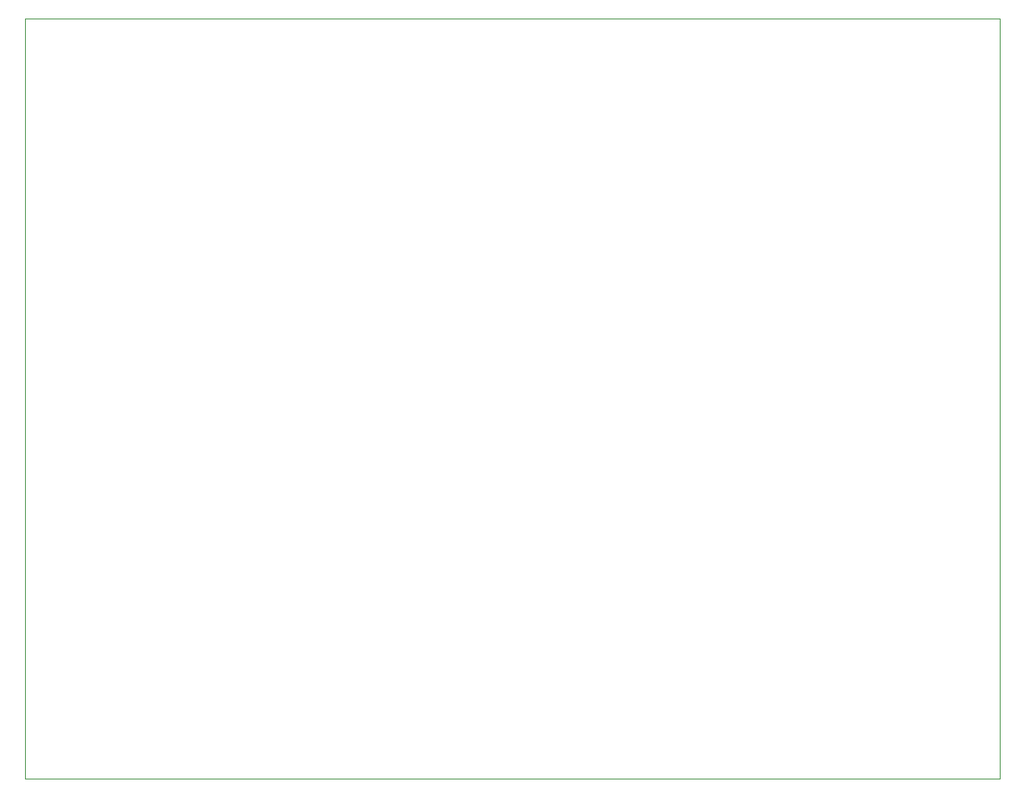
<source format=gbr>
%TF.GenerationSoftware,KiCad,Pcbnew,(5.1.9)-1*%
%TF.CreationDate,2021-02-20T10:07:39+01:00*%
%TF.ProjectId,HB-Uni-SenDose-4,48422d55-6e69-42d5-9365-6e446f73652d,rev?*%
%TF.SameCoordinates,Original*%
%TF.FileFunction,Profile,NP*%
%FSLAX46Y46*%
G04 Gerber Fmt 4.6, Leading zero omitted, Abs format (unit mm)*
G04 Created by KiCad (PCBNEW (5.1.9)-1) date 2021-02-20 10:07:39*
%MOMM*%
%LPD*%
G01*
G04 APERTURE LIST*
%TA.AperFunction,Profile*%
%ADD10C,0.050000*%
%TD*%
G04 APERTURE END LIST*
D10*
X183250000Y-129000000D02*
X183250000Y-128500000D01*
X81000000Y-129000000D02*
X183250000Y-129000000D01*
X81000000Y-49250000D02*
X81000000Y-129000000D01*
X183250000Y-49250000D02*
X81000000Y-49250000D01*
X183250000Y-128500000D02*
X183250000Y-49250000D01*
M02*

</source>
